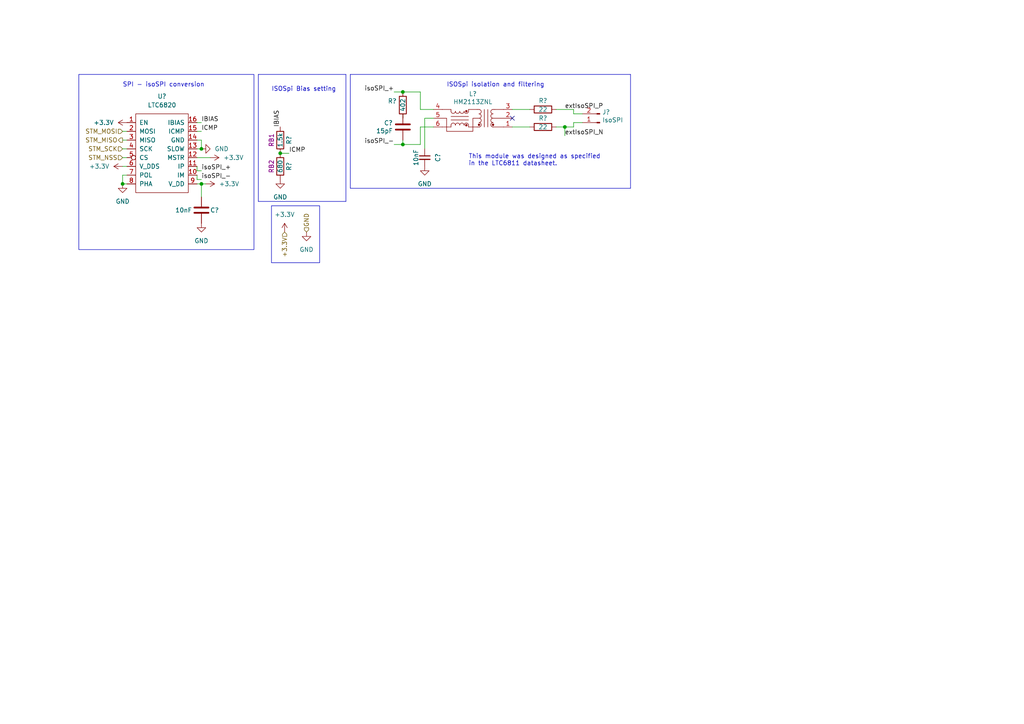
<source format=kicad_sch>
(kicad_sch (version 20230121) (generator eeschema)
  (paper "A4")
  (lib_symbols
    (symbol "Connector:Conn_01x02_Pin" (pin_names (offset 1.016) hide)
      (property "Reference" "J" (at 0 2.54 0))
      (property "Value" "Conn_01x02_Pin" (at 0 -5.08 0))
      (symbol "Conn_01x02_Pin_1_1"
        (polyline (pts (xy 1.27 -2.54) (xy 0.8636 -2.54)) (stroke (width 0.1524)))
        (polyline (pts (xy 1.27 0) (xy 0.8636 0)) (stroke (width 0.1524)))
        (rectangle (start 0.8636 -2.413) (end 0 -2.667) (stroke (width 0.1524)) (fill (type outline)))
        (rectangle (start 0.8636 0.127) (end 0 -0.127) (stroke (width 0.1524)) (fill (type outline)))
        (pin passive line (at 5.08 0 180) (length 3.81) (name "Pin_1") (number "1"))
        (pin passive line (at 5.08 -2.54 180) (length 3.81) (name "Pin_2") (number "2"))
      )
    )
    (symbol "Device:C" (pin_numbers hide) (pin_names (offset 0.254))
      (property "Reference" "C" (at 0.635 2.54 0))
      (property "Value" "C" (at 0.635 -2.54 0))
      (symbol "C_0_1"
        (polyline (pts (xy -2.032 -0.762) (xy 2.032 -0.762)) (stroke (width 0.508)))
        (polyline (pts (xy -2.032 0.762) (xy 2.032 0.762)) (stroke (width 0.508)))
      )
      (symbol "C_1_1"
        (pin passive line (at 0 3.81 270) (length 2.794) (name "~") (number "1"))
        (pin passive line (at 0 -3.81 90) (length 2.794) (name "~") (number "2"))
      )
    )
    (symbol "Device:C_Small" (pin_numbers hide) (pin_names (offset 0.254) hide)
      (property "Reference" "C" (at 0.254 1.778 0))
      (property "Value" "C_Small" (at 0.254 -2.032 0))
      (symbol "C_Small_0_1"
        (polyline (pts (xy -1.524 -0.508) (xy 1.524 -0.508)) (stroke (width 0.3302)))
        (polyline (pts (xy -1.524 0.508) (xy 1.524 0.508)) (stroke (width 0.3048)))
      )
      (symbol "C_Small_1_1"
        (pin passive line (at 0 2.54 270) (length 2.032) (name "~") (number "1"))
        (pin passive line (at 0 -2.54 90) (length 2.032) (name "~") (number "2"))
      )
    )
    (symbol "Device:R" (pin_numbers hide) (pin_names (offset 0))
      (property "Reference" "R" (at 2.032 0 90))
      (property "Value" "R" (at 0 0 90))
      (symbol "R_0_1"
        (rectangle (start -1.016 -2.54) (end 1.016 2.54) (stroke (width 0.254)))
      )
      (symbol "R_1_1"
        (pin passive line (at 0 3.81 270) (length 1.27) (name "~") (number "1"))
        (pin passive line (at 0 -3.81 90) (length 1.27) (name "~") (number "2"))
      )
    )
    (symbol "FSSymbols:HM2113ZNL" (pin_names (offset 0.254) hide)
      (property "Reference" "L" (at 0 7.62 0))
      (property "Value" "HM2113ZNL" (at 0 5.08 0))
      (symbol "HM2113ZNL_0_1"
        (arc (start -6.35 2.032) (mid -5.715 1.3997) (end -5.08 2.032))
        (arc (start -5.08 -2.032) (mid -5.715 -1.3997) (end -6.35 -2.032))
        (arc (start -5.08 2.032) (mid -4.445 1.3997) (end -3.81 2.032))
        (arc (start -3.81 -2.032) (mid -4.445 -1.3997) (end -5.08 -2.032))
        (arc (start -3.81 2.032) (mid -3.175 1.3997) (end -2.54 2.032))
        (arc (start -2.54 -2.032) (mid -3.175 -1.3997) (end -3.81 -2.032))
        (arc (start -2.54 2.032) (mid -1.905 1.3997) (end -1.27 2.032))
        (circle (center -1.905 -2.032) (radius 0.254) (fill (type outline)))
        (circle (center -1.905 2.032) (radius 0.254) (fill (type outline)))
        (arc (start -1.27 -2.032) (mid -1.905 -1.3997) (end -2.54 -2.032))
        (polyline (pts (xy -8.89 2.54) (xy -6.35 2.54)))
        (polyline (pts (xy -6.35 -2.54) (xy -8.89 -2.54)))
        (polyline (pts (xy -6.35 -2.032) (xy -6.35 -2.54)))
        (polyline (pts (xy -6.35 -0.508) (xy -1.27 -0.508)))
        (polyline (pts (xy -6.35 2.54) (xy -6.35 2.032)))
        (polyline (pts (xy -1.27 -2.54) (xy 1.27 -2.54)))
        (polyline (pts (xy -1.27 -2.032) (xy -1.27 -2.54)))
        (polyline (pts (xy -1.27 0.508) (xy -6.35 0.508)))
        (polyline (pts (xy -1.27 2.032) (xy -1.27 2.54)))
        (polyline (pts (xy 1.27 2.54) (xy -1.27 2.54)))
        (polyline (pts (xy 1.27 2.54) (xy 1.778 2.54)))
        (polyline (pts (xy 1.778 -2.54) (xy 1.27 -2.54)))
        (polyline (pts (xy 3.302 -2.54) (xy 3.302 2.54)))
        (polyline (pts (xy 4.318 2.54) (xy 4.318 -2.54)))
        (polyline (pts (xy 5.842 -2.54) (xy 8.89 -2.54)))
        (polyline (pts (xy 5.842 2.54) (xy 6.35 2.54)))
        (polyline (pts (xy 6.35 2.54) (xy 8.89 2.54)))
        (polyline (pts (xy 8.89 0) (xy 5.842 0)))
        (polyline (pts (xy -8.89 0) (xy -7.62 0) (xy -7.62 -3.81) (xy 0 -3.81) (xy 0 0) (xy 1.778 0)))
        (arc (start 1.778 -2.54) (mid 2.4103 -1.905) (end 1.778 -1.27))
        (circle (center 1.778 -1.905) (radius 0.254) (fill (type outline)))
        (arc (start 1.778 -1.27) (mid 2.4103 -0.635) (end 1.778 0))
        (arc (start 1.778 0) (mid 2.4103 0.635) (end 1.778 1.27))
        (arc (start 1.778 1.27) (mid 2.4103 1.905) (end 1.778 2.54))
        (circle (center 5.842 -1.905) (radius 0.254) (fill (type outline)))
        (arc (start 5.842 -1.27) (mid 5.2097 -1.905) (end 5.842 -2.54))
        (arc (start 5.842 0) (mid 5.2097 -0.635) (end 5.842 -1.27))
        (arc (start 5.842 1.27) (mid 5.2097 0.635) (end 5.842 0))
        (arc (start 5.842 2.54) (mid 5.2097 1.905) (end 5.842 1.27))
      )
      (symbol "HM2113ZNL_1_1"
        (pin passive line (at 11.43 -2.54 180) (length 2.54) (name "1") (number "1"))
        (pin passive line (at 11.43 0 180) (length 2.54) (name "2") (number "2"))
        (pin passive line (at 11.43 2.54 180) (length 2.54) (name "3") (number "3"))
        (pin passive line (at -11.43 2.54 0) (length 2.54) (name "4") (number "4"))
        (pin passive line (at -11.43 0 0) (length 2.54) (name "5") (number "5"))
        (pin passive line (at -11.43 -2.54 0) (length 2.54) (name "6") (number "6"))
      )
    )
    (symbol "FS_2:LTC6820" (pin_names (offset 1.016))
      (property "Reference" "U" (at 0 3.81 0))
      (property "Value" "LTC6820" (at 0 1.27 0))
      (symbol "LTC6820_0_1"
        (rectangle (start -7.62 0) (end 7.62 -22.86))
      )
      (symbol "LTC6820_1_1"
        (pin input line (at -10.16 -2.54 0) (length 2.54) (name "EN") (number "1"))
        (pin bidirectional line (at 10.16 -17.78 180) (length 2.54) (name "IM") (number "10"))
        (pin bidirectional line (at 10.16 -15.24 180) (length 2.54) (name "IP") (number "11"))
        (pin input line (at 10.16 -12.7 180) (length 2.54) (name "MSTR") (number "12"))
        (pin input line (at 10.16 -10.16 180) (length 2.54) (name "SLOW") (number "13"))
        (pin power_in line (at 10.16 -7.62 180) (length 2.54) (name "GND") (number "14"))
        (pin input line (at 10.16 -5.08 180) (length 2.54) (name "ICMP") (number "15"))
        (pin output line (at 10.16 -2.54 180) (length 2.54) (name "IBIAS") (number "16"))
        (pin input line (at -10.16 -5.08 0) (length 2.54) (name "MOSI") (number "2"))
        (pin output line (at -10.16 -7.62 0) (length 2.54) (name "MISO") (number "3"))
        (pin input line (at -10.16 -10.16 0) (length 2.54) (name "SCK") (number "4"))
        (pin input inverted (at -10.16 -12.7 0) (length 2.54) (name "CS") (number "5"))
        (pin power_in line (at -10.16 -15.24 0) (length 2.54) (name "V_DDS") (number "6"))
        (pin input line (at -10.16 -17.78 0) (length 2.54) (name "POL") (number "7"))
        (pin input line (at -10.16 -20.32 0) (length 2.54) (name "PHA") (number "8"))
        (pin power_in line (at 10.16 -20.32 180) (length 2.54) (name "V_DD") (number "9"))
      )
    )
    (symbol "power:+3.3V" (power) (pin_names (offset 0))
      (property "Value" "+3.3V" (at 0 3.556 0))
      (symbol "+3.3V_0_1"
        (polyline (pts (xy -0.762 1.27) (xy 0 2.54)))
        (polyline (pts (xy 0 0) (xy 0 2.54)))
        (polyline (pts (xy 0 2.54) (xy 0.762 1.27)))
      )
      (symbol "+3.3V_1_1"
        (pin power_in line (at 0 0 90) (length 0) hide (name "+3.3V") (number "1"))
      )
    )
    (symbol "power:GND" (power) (pin_names (offset 0))
      (property "Value" "GND" (at 0 -3.81 0))
      (symbol "GND_0_1"
        (polyline (pts (xy 0 0) (xy 0 -1.27) (xy 1.27 -1.27) (xy 0 -2.54) (xy -1.27 -1.27) (xy 0 -1.27)))
      )
      (symbol "GND_1_1"
        (pin power_in line (at 0 0 270) (length 0) hide (name "GND") (number "1"))
      )
    )
  )
  (junction (at 163.83 36.83))
  (junction (at 116.84 26.67))
  (junction (at 58.42 53.34))
  (junction (at 58.42 43.18))
  (junction (at 35.56 53.34))
  (junction (at 81.28 44.45))
  (junction (at 116.84 41.91))
  (no_connect (at 148.59 34.29))
  (polyline (pts (xy 74.93 21.59) (xy 74.93 58.42)))
  (wire (pts (xy 35.56 50.8) (xy 36.83 50.8)))
  (wire (pts (xy 35.56 40.64) (xy 36.83 40.64)))
  (wire (pts (xy 166.37 31.75) (xy 166.37 33.02)))
  (wire (pts (xy 116.84 26.67) (xy 121.92 26.67)))
  (wire (pts (xy 121.92 31.75) (xy 125.73 31.75)))
  (wire (pts (xy 60.96 45.72) (xy 57.15 45.72)))
  (polyline (pts (xy 101.6 54.61) (xy 101.6 21.59)))
  (wire (pts (xy 35.56 45.72) (xy 36.83 45.72)))
  (wire (pts (xy 114.3 41.91) (xy 116.84 41.91)))
  (wire (pts (xy 58.42 53.34) (xy 57.15 53.34)))
  (wire (pts (xy 35.56 53.34) (xy 36.83 53.34)))
  (wire (pts (xy 121.92 26.67) (xy 121.92 31.75)))
  (wire (pts (xy 35.56 53.34) (xy 35.56 50.8)))
  (wire (pts (xy 148.59 31.75) (xy 153.67 31.75)))
  (wire (pts (xy 121.92 36.83) (xy 125.73 36.83)))
  (wire (pts (xy 58.42 43.18) (xy 57.15 43.18)))
  (wire (pts (xy 58.42 35.56) (xy 57.15 35.56)))
  (wire (pts (xy 58.42 57.15) (xy 58.42 53.34)))
  (polyline (pts (xy 100.33 58.42) (xy 100.33 21.59)))
  (wire (pts (xy 35.56 43.18) (xy 36.83 43.18)))
  (wire (pts (xy 58.42 49.53) (xy 57.15 49.53)))
  (wire (pts (xy 166.37 33.02) (xy 168.91 33.02)))
  (wire (pts (xy 121.92 36.83) (xy 121.92 41.91)))
  (wire (pts (xy 166.37 35.56) (xy 168.91 35.56)))
  (wire (pts (xy 123.19 34.29) (xy 125.73 34.29)))
  (wire (pts (xy 123.19 43.18) (xy 123.19 34.29)))
  (wire (pts (xy 57.15 52.07) (xy 57.15 50.8)))
  (wire (pts (xy 58.42 52.07) (xy 57.15 52.07)))
  (wire (pts (xy 161.29 31.75) (xy 166.37 31.75)))
  (wire (pts (xy 114.3 26.67) (xy 116.84 26.67)))
  (wire (pts (xy 57.15 40.64) (xy 58.42 40.64)))
  (polyline (pts (xy 100.33 21.59) (xy 74.93 21.59)))
  (wire (pts (xy 163.83 39.37) (xy 163.83 36.83)))
  (wire (pts (xy 166.37 35.56) (xy 166.37 36.83)))
  (wire (pts (xy 166.37 36.83) (xy 163.83 36.83)))
  (wire (pts (xy 58.42 40.64) (xy 58.42 43.18)))
  (wire (pts (xy 116.84 40.64) (xy 116.84 41.91)))
  (wire (pts (xy 35.56 48.26) (xy 36.83 48.26)))
  (wire (pts (xy 57.15 49.53) (xy 57.15 48.26)))
  (wire (pts (xy 58.42 38.1) (xy 57.15 38.1)))
  (wire (pts (xy 35.56 38.1) (xy 36.83 38.1)))
  (wire (pts (xy 116.84 33.02) (xy 116.84 34.29)))
  (polyline (pts (xy 74.93 58.42) (xy 100.33 58.42)))
  (wire (pts (xy 83.82 44.45) (xy 81.28 44.45)))
  (wire (pts (xy 58.42 53.34) (xy 59.69 53.34)))
  (wire (pts (xy 153.67 36.83) (xy 148.59 36.83)))
  (wire (pts (xy 116.84 41.91) (xy 121.92 41.91)))
  (polyline (pts (xy 182.88 21.59) (xy 182.88 54.61)))
  (polyline (pts (xy 101.6 54.61) (xy 182.88 54.61)))
  (wire (pts (xy 163.83 36.83) (xy 161.29 36.83)))
  (polyline (pts (xy 101.6 21.59) (xy 182.88 21.59)))
  (rectangle (start 22.86 21.59) (end 73.66 72.39))
  (rectangle (start 78.74 59.69) (end 92.71 76.2))
  (text "ISOSpi Bias setting" (at 78.74 26.67 0) (effects (font (size 1.27 1.27)) (justify left bottom)))
  (text "ISOSpi isolation and filtering" (at 129.54 25.4 0) (effects (font (size 1.27 1.27)) (justify left bottom)))
  (text "This module was designed as specified\nin the LTC6811 datasheet." (at 135.89 48.26 0) (effects (font (size 1.27 1.27)) (justify left bottom)))
  (text "SPI - isoSPI conversion\n" (at 35.56 25.4 0) (effects (font (size 1.27 1.27)) (justify left bottom)))
  (label "IBIAS" (at 58.42 35.56 0))
  (label "isoSPI_-" (at 58.42 52.07 0))
  (label "ICMP" (at 83.82 44.45 0))
  (label "extIsoSPI_N" (at 163.83 39.37 0))
  (label "ICMP" (at 58.42 38.1 0))
  (label "isoSPI_+" (at 58.42 49.53 0))
  (label "isoSPI_-" (at 114.3 41.91 180))
  (label "isoSPI_+" (at 114.3 26.67 180))
  (label "IBIAS" (at 81.28 36.83 90))
  (label "extIsoSPI_P" (at 163.83 31.75 0))
  (hierarchical_label "+3.3V" (shape input) (at 82.55 67.31 270))
  (hierarchical_label "STM_NSS" (shape input) (at 35.56 45.72 180))
  (hierarchical_label "STM_SCK" (shape input) (at 35.56 43.18 180))
  (hierarchical_label "STM_MISO" (shape output) (at 35.56 40.64 180))
  (hierarchical_label "STM_MOSI" (shape input) (at 35.56 38.1 180))
  (hierarchical_label "GND" (shape input) (at 88.9 67.31 90))
  (symbol (lib_id "Connector:Conn_01x02_Pin") (at 173.99 35.56 180) (unit 1)
    (property "Reference" "J?" (at 174.6758 32.512 0) (effects (justify right)))
    (property "Value" "IsoSPI" (at 174.6758 34.8234 0) (effects (justify right)))
    (property "Footprint" "Connector_Molex:Molex_Nano-Fit_105313-xx02_1x02_P2.50mm_Horizontal" (effects hide))
    (instances (project "BMS" (path "" (reference "J?") (unit 1))) (project "BMS_Controller" (path "" (reference "J?") (unit 1)) (path "" (reference "J?") (unit 1))) (project "Acc_Board" (path "" (reference "J7") (unit 1))))
  )
  (symbol (lib_id "Device:C") (at 116.84 36.83 0) (mirror x) (unit 1)
    (property "Reference" "C?" (at 113.9444 35.6616 0) (effects (justify right)))
    (property "Value" "15pF" (at 113.9444 37.973 0) (effects (justify right)))
    (property "Footprint" "Capacitor_SMD:C_0805_2012Metric_Pad1.18x1.45mm_HandSolder" (effects hide))
    (instances (project "BMS" (path "" (reference "C?") (unit 1))) (project "BMS_Controller" (path "" (reference "C?") (unit 1)) (path "" (reference "C?") (unit 1))) (project "Acc_Board" (path "" (reference "C5") (unit 1))))
  )
  (symbol (lib_id "power:GND") (at 123.19 48.26 0) (unit 1)
    (property "Reference" "#PWR?" (effects hide))
    (property "Value" "GND" (at 123.19 53.34 0))
    (instances (project "BMS_Controller" (path "" (reference "#PWR?") (unit 1)) (path "" (reference "#PWR?") (unit 1))) (project "Acc_Board" (path "" (reference "#PWR038") (unit 1))))
  )
  (symbol (lib_id "power:GND") (at 35.56 53.34 0) (unit 1)
    (property "Reference" "#PWR?" (effects hide))
    (property "Value" "GND" (at 35.56 58.42 0))
    (instances (project "BMS_Controller" (path "" (reference "#PWR?") (unit 1))) (project "Acc_Board" (path "" (reference "#PWR029") (unit 1))))
  )
  (symbol (lib_id "power:GND") (at 58.42 43.18 90) (unit 1)
    (property "Reference" "#PWR?" (effects hide))
    (property "Value" "GND" (at 62.23 43.18 90) (effects (justify right)))
    (instances (project "BMS_Controller" (path "" (reference "#PWR?") (unit 1)) (path "" (reference "#PWR?") (unit 1))) (project "Acc_Board" (path "" (reference "#PWR031") (unit 1))))
  )
  (symbol (lib_id "power:GND") (at 88.9 67.31 0) (unit 1)
    (property "Reference" "#PWR037" (effects hide))
    (property "Value" "GND" (at 88.9 72.39 0))
  )
  (symbol (lib_id "Device:R") (at 116.84 30.48 0) (mirror y) (unit 1)
    (property "Reference" "R?" (at 115.062 29.3116 0) (effects (justify left)))
    (property "Value" "402" (at 116.84 30.48 90))
    (property "Footprint" "Resistor_SMD:R_0805_2012Metric_Pad1.20x1.40mm_HandSolder" (effects hide))
    (instances (project "BMS" (path "" (reference "R?") (unit 1))) (project "BMS_Controller" (path "" (reference "R?") (unit 1)) (path "" (reference "R?") (unit 1))) (project "Acc_Board" (path "" (reference "R6") (unit 1))))
  )
  (symbol (lib_id "Device:C_Small") (at 123.19 45.72 0) (unit 1)
    (property "Reference" "C?" (at 127 45.72 90))
    (property "Value" "10nF" (at 120.65 45.72 90))
    (property "Footprint" "Capacitor_SMD:C_0805_2012Metric_Pad1.18x1.45mm_HandSolder" (effects hide))
    (instances (project "BMS" (path "" (reference "C?") (unit 1))) (project "BMS_Controller" (path "" (reference "C?") (unit 1)) (path "" (reference "C?") (unit 1))) (project "Acc_Board" (path "" (reference "C6") (unit 1))))
  )
  (symbol (lib_id "Device:R") (at 157.48 36.83 270) (mirror x) (unit 1)
    (property "Reference" "R?" (at 156.21 34.29 90) (effects (justify left)))
    (property "Value" "22" (at 157.48 36.83 90))
    (property "Footprint" "Resistor_SMD:R_0805_2012Metric_Pad1.20x1.40mm_HandSolder" (effects hide))
    (instances (project "BMS" (path "" (reference "R?") (unit 1))) (project "BMS_Controller" (path "" (reference "R?") (unit 1)) (path "" (reference "R?") (unit 1))) (project "Acc_Board" (path "" (reference "R8") (unit 1))))
  )
  (symbol (lib_id "FS_2:LTC6820") (at 46.99 33.02 0) (unit 1)
    (property "Reference" "U?" (at 46.99 27.94 0))
    (property "Value" "LTC6820" (at 46.99 30.48 0))
    (property "Footprint" "PCM_Package_SO_AKL:MSOP-16_3x4mm_P0.5mm" (effects hide))
    (instances (project "BMS_Controller" (path "" (reference "U?") (unit 1)) (path "" (reference "U?") (unit 1))) (project "Acc_Board" (path "" (reference "U12") (unit 1))))
  )
  (symbol (lib_id "power:GND") (at 58.42 64.77 0) (unit 1)
    (property "Reference" "#PWR?" (effects hide))
    (property "Value" "GND" (at 58.42 69.85 0))
    (instances (project "BMS_Controller" (path "" (reference "#PWR?") (unit 1)) (path "" (reference "#PWR?") (unit 1))) (project "Acc_Board" (path "" (reference "#PWR032") (unit 1))))
  )
  (symbol (lib_id "FSSymbols:HM2113ZNL") (at 137.16 34.29 0) (unit 1)
    (property "Reference" "L?" (at 137.16 27.2288 0))
    (property "Value" "HM2113ZNL" (at 137.16 29.5402 0))
    (property "Footprint" "FSFootprints:HM2113ZNL" (effects hide))
    (instances (project "BMS" (path "" (reference "L?") (unit 1))) (project "BMS_Controller" (path "" (reference "L?") (unit 1)) (path "" (reference "L?") (unit 1))) (project "Acc_Board" (path "" (reference "L1") (unit 1))))
  )
  (symbol (lib_id "power:+3.3V") (at 35.56 48.26 90) (unit 1)
    (property "Reference" "#PWR?" (effects hide))
    (property "Value" "+3.3V" (at 31.75 48.26 90) (effects (justify left)))
    (instances (project "BMS_Controller" (path "" (reference "#PWR?") (unit 1)) (path "" (reference "#PWR?") (unit 1))) (project "Acc_Board" (path "" (reference "#PWR028") (unit 1))))
  )
  (symbol (lib_id "power:+3.3V") (at 60.96 45.72 270) (unit 1)
    (property "Reference" "#PWR?" (effects hide))
    (property "Value" "+3.3V" (at 64.77 45.72 90) (effects (justify left)))
    (instances (project "BMS_Controller" (path "" (reference "#PWR?") (unit 1)) (path "" (reference "#PWR?") (unit 1))) (project "Acc_Board" (path "" (reference "#PWR034") (unit 1))))
  )
  (symbol (lib_id "Device:C") (at 58.42 60.96 0) (unit 1)
    (property "Reference" "C?" (at 60.96 60.96 0) (effects (justify left)))
    (property "Value" "10nF" (at 50.8 60.96 0) (effects (justify left)))
    (property "Footprint" "Capacitor_SMD:C_0805_2012Metric_Pad1.18x1.45mm_HandSolder" (effects hide))
    (instances (project "BMS_Controller" (path "" (reference "C?") (unit 1)) (path "" (reference "C?") (unit 1))) (project "Acc_Board" (path "" (reference "C4") (unit 1))))
  )
  (symbol (lib_id "power:+3.3V") (at 59.69 53.34 270) (unit 1)
    (property "Reference" "#PWR?" (effects hide))
    (property "Value" "+3.3V" (at 63.5 53.34 90) (effects (justify left)))
    (instances (project "BMS_Controller" (path "" (reference "#PWR?") (unit 1))) (project "Acc_Board" (path "" (reference "#PWR033") (unit 1))))
  )
  (symbol (lib_id "Device:R") (at 81.28 40.64 180) (unit 1)
    (property "Reference" "R?" (at 83.82 40.64 90))
    (property "Value" "1.5k" (at 81.28 40.64 90))
    (property "Footprint" "Resistor_SMD:R_0805_2012Metric_Pad1.20x1.40mm_HandSolder" (effects hide))
    (property "Schematic Name" "RB1" (at 78.74 40.64 90))
    (instances (project "BMS" (path "" (reference "R?") (unit 1))) (project "BMS_Controller" (path "" (reference "R?") (unit 1)) (path "" (reference "R?") (unit 1))) (project "Acc_Board" (path "" (reference "R4") (unit 1))))
  )
  (symbol (lib_id "power:+3.3V") (at 36.83 35.56 90) (unit 1)
    (property "Reference" "#PWR?" (effects hide))
    (property "Value" "+3.3V" (at 33.02 35.56 90) (effects (justify left)))
    (instances (project "BMS_Controller" (path "" (reference "#PWR?") (unit 1)) (path "" (reference "#PWR?") (unit 1))) (project "Acc_Board" (path "" (reference "#PWR030") (unit 1))))
  )
  (symbol (lib_id "Device:R") (at 81.28 48.26 180) (unit 1)
    (property "Reference" "R?" (at 83.82 48.26 90))
    (property "Value" "680" (at 81.28 48.26 90))
    (property "Footprint" "Resistor_SMD:R_0805_2012Metric_Pad1.20x1.40mm_HandSolder" (effects hide))
    (property "Schematic Name" "RB2" (at 78.74 48.26 90))
    (instances (project "BMS" (path "" (reference "R?") (unit 1))) (project "BMS_Controller" (path "" (reference "R?") (unit 1)) (path "" (reference "R?") (unit 1))) (project "Acc_Board" (path "" (reference "R5") (unit 1))))
  )
  (symbol (lib_id "power:+3.3V") (at 82.55 67.31 0) (unit 1)
    (property "Reference" "#PWR036" (effects hide))
    (property "Value" "+3.3V" (at 82.55 62.23 0))
  )
  (symbol (lib_id "power:GND") (at 81.28 52.07 0) (unit 1)
    (property "Reference" "#PWR?" (effects hide))
    (property "Value" "GND" (at 81.28 57.15 0))
    (instances (project "BMS_Controller" (path "" (reference "#PWR?") (unit 1)) (path "" (reference "#PWR?") (unit 1))) (project "Acc_Board" (path "" (reference "#PWR035") (unit 1))))
  )
  (symbol (lib_id "Device:R") (at 157.48 31.75 270) (mirror x) (unit 1)
    (property "Reference" "R?" (at 156.21 29.21 90) (effects (justify left)))
    (property "Value" "22" (at 157.48 31.75 90))
    (property "Footprint" "Resistor_SMD:R_0805_2012Metric_Pad1.20x1.40mm_HandSolder" (effects hide))
    (instances (project "BMS" (path "" (reference "R?") (unit 1))) (project "BMS_Controller" (path "" (reference "R?") (unit 1)) (path "" (reference "R?") (unit 1))) (project "Acc_Board" (path "" (reference "R7") (unit 1))))
  )
)
</source>
